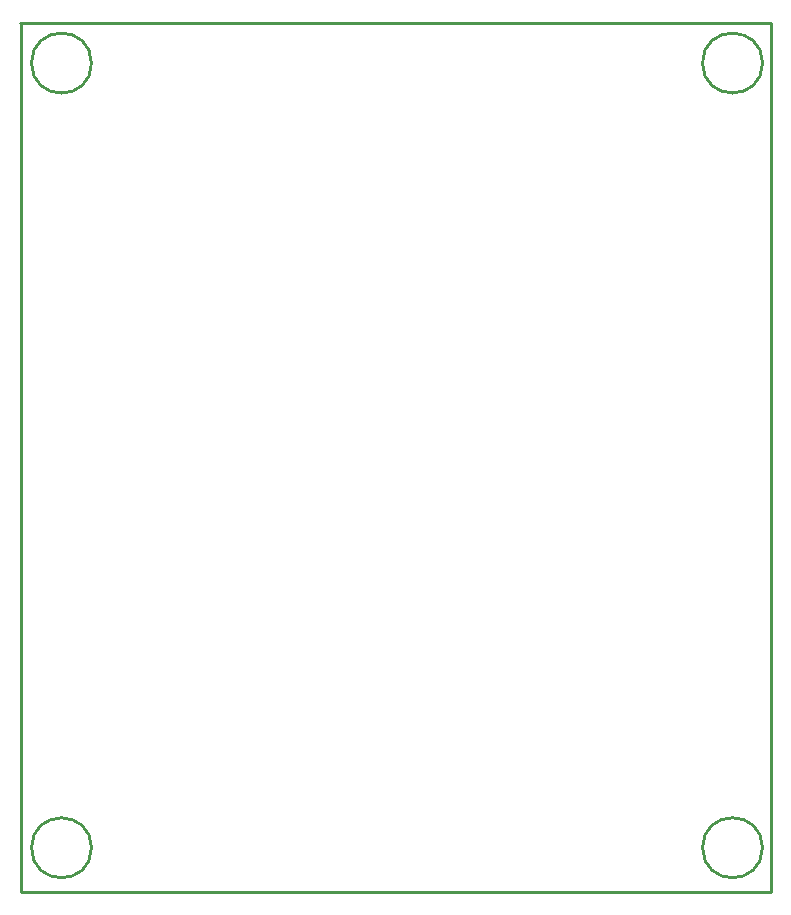
<source format=gko>
G04 Layer_Color=16711935*
%FSLAX43Y43*%
%MOMM*%
G71*
G01*
G75*
%ADD20C,0.254*%
D20*
X26730Y79971D02*
G03*
X26730Y79971I-2540J0D01*
G01*
X83544Y79978D02*
G03*
X83544Y79978I-2540J0D01*
G01*
X26730Y13532D02*
G03*
X26730Y13532I-2540J0D01*
G01*
X83544Y13539D02*
G03*
X83544Y13539I-2540J0D01*
G01*
X20708Y83363D02*
X20736Y83336D01*
Y9816D02*
Y83336D01*
Y9816D02*
X84283D01*
Y83363D01*
X20708D02*
X84283D01*
M02*

</source>
